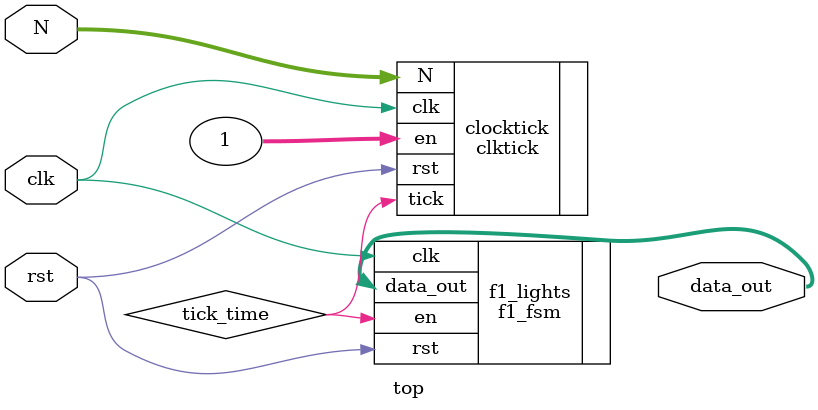
<source format=sv>
module top #(
    parameter D_WIDTH=8,
              C_WIDTH=16
)(
input logic clk, //clk
input logic rst, //reset
input  logic [C_WIDTH-1:0] N,     	 // clock divided by N+1
output logic [D_WIDTH-1:0] data_out //semi random output
);


logic tick_time; //interconnect gerated tick wire

//first wave is not offset therefore count=count+1 (address1=address1+1)
clktick clocktick(
    .clk (clk),
    .N   (N),
    .en (1),
    .rst (rst),
    .tick (tick_time)
);

f1_fsm  f1_lights (
    .clk (clk),
    .en  (tick_time),
    .rst (rst),
    .data_out (data_out)
);

endmodule

</source>
